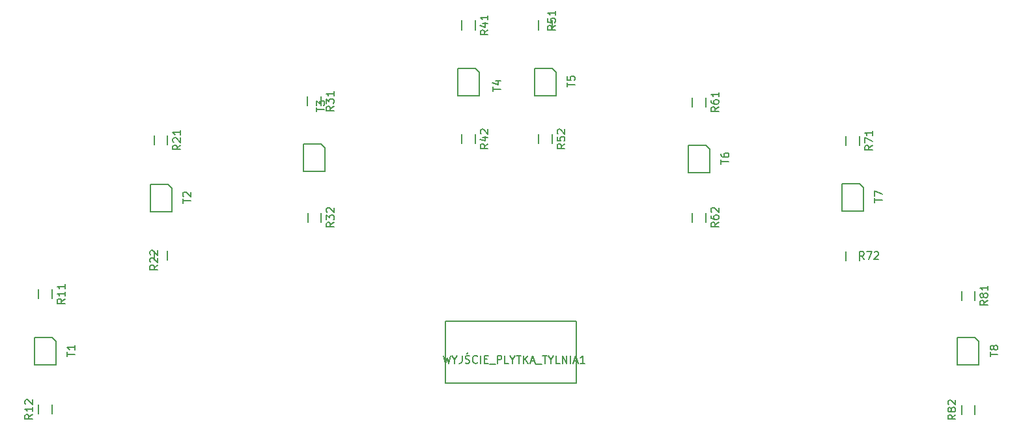
<source format=gbr>
G04 #@! TF.FileFunction,Legend,Top*
%FSLAX46Y46*%
G04 Gerber Fmt 4.6, Leading zero omitted, Abs format (unit mm)*
G04 Created by KiCad (PCBNEW 4.0.0-stable) date 24.11.2016 23:31:49*
%MOMM*%
G01*
G04 APERTURE LIST*
%ADD10C,0.100000*%
%ADD11C,0.150000*%
G04 APERTURE END LIST*
D10*
D11*
X139125000Y-87900000D02*
X139125000Y-86700000D01*
X140875000Y-86700000D02*
X140875000Y-87900000D01*
X74125000Y-108045000D02*
X74125000Y-106845000D01*
X75875000Y-106845000D02*
X75875000Y-108045000D01*
X75875000Y-121845000D02*
X75875000Y-123045000D01*
X74125000Y-123045000D02*
X74125000Y-121845000D01*
X89160000Y-88045000D02*
X89160000Y-86845000D01*
X90910000Y-86845000D02*
X90910000Y-88045000D01*
X89160000Y-103045000D02*
X89160000Y-101845000D01*
X90910000Y-101845000D02*
X90910000Y-103045000D01*
X109090000Y-82995000D02*
X109090000Y-81795000D01*
X110840000Y-81795000D02*
X110840000Y-82995000D01*
X109125000Y-98100000D02*
X109125000Y-96900000D01*
X110875000Y-96900000D02*
X110875000Y-98100000D01*
X129125000Y-73100000D02*
X129125000Y-71900000D01*
X130875000Y-71900000D02*
X130875000Y-73100000D01*
X129125000Y-87900000D02*
X129125000Y-86700000D01*
X130875000Y-86700000D02*
X130875000Y-87900000D01*
X139125000Y-73100000D02*
X139125000Y-71900000D01*
X140875000Y-71900000D02*
X140875000Y-73100000D01*
X159125000Y-83100000D02*
X159125000Y-81900000D01*
X160875000Y-81900000D02*
X160875000Y-83100000D01*
X159125000Y-98100000D02*
X159125000Y-96900000D01*
X160875000Y-96900000D02*
X160875000Y-98100000D01*
X179125000Y-88100000D02*
X179125000Y-86900000D01*
X180875000Y-86900000D02*
X180875000Y-88100000D01*
X179125000Y-103100000D02*
X179125000Y-101900000D01*
X180875000Y-101900000D02*
X180875000Y-103100000D01*
X194125000Y-108250000D02*
X194125000Y-107050000D01*
X195875000Y-107050000D02*
X195875000Y-108250000D01*
X195875000Y-121900000D02*
X195875000Y-123100000D01*
X194125000Y-123100000D02*
X194125000Y-121900000D01*
X73603000Y-116651000D02*
X73603000Y-113095000D01*
X73603000Y-113095000D02*
X75889000Y-113095000D01*
X75889000Y-113095000D02*
X76397000Y-113603000D01*
X76397000Y-116651000D02*
X73647000Y-116651000D01*
X76397000Y-113595000D02*
X76397000Y-116595000D01*
X88638000Y-96746000D02*
X88638000Y-93190000D01*
X88638000Y-93190000D02*
X90924000Y-93190000D01*
X90924000Y-93190000D02*
X91432000Y-93698000D01*
X91432000Y-96746000D02*
X88682000Y-96746000D01*
X91432000Y-93690000D02*
X91432000Y-96690000D01*
X108568000Y-91546000D02*
X108568000Y-87990000D01*
X108568000Y-87990000D02*
X110854000Y-87990000D01*
X110854000Y-87990000D02*
X111362000Y-88498000D01*
X111362000Y-91546000D02*
X108612000Y-91546000D01*
X111362000Y-88490000D02*
X111362000Y-91490000D01*
X128603000Y-81651000D02*
X128603000Y-78095000D01*
X128603000Y-78095000D02*
X130889000Y-78095000D01*
X130889000Y-78095000D02*
X131397000Y-78603000D01*
X131397000Y-81651000D02*
X128647000Y-81651000D01*
X131397000Y-78595000D02*
X131397000Y-81595000D01*
X138603000Y-81651000D02*
X138603000Y-78095000D01*
X138603000Y-78095000D02*
X140889000Y-78095000D01*
X140889000Y-78095000D02*
X141397000Y-78603000D01*
X141397000Y-81651000D02*
X138647000Y-81651000D01*
X141397000Y-78595000D02*
X141397000Y-81595000D01*
X158603000Y-91651000D02*
X158603000Y-88095000D01*
X158603000Y-88095000D02*
X160889000Y-88095000D01*
X160889000Y-88095000D02*
X161397000Y-88603000D01*
X161397000Y-91651000D02*
X158647000Y-91651000D01*
X161397000Y-88595000D02*
X161397000Y-91595000D01*
X178603000Y-96651000D02*
X178603000Y-93095000D01*
X178603000Y-93095000D02*
X180889000Y-93095000D01*
X180889000Y-93095000D02*
X181397000Y-93603000D01*
X181397000Y-96651000D02*
X178647000Y-96651000D01*
X181397000Y-93595000D02*
X181397000Y-96595000D01*
X193603000Y-116651000D02*
X193603000Y-113095000D01*
X193603000Y-113095000D02*
X195889000Y-113095000D01*
X195889000Y-113095000D02*
X196397000Y-113603000D01*
X196397000Y-116651000D02*
X193647000Y-116651000D01*
X196397000Y-113595000D02*
X196397000Y-116595000D01*
X144000000Y-119000000D02*
X144000000Y-111000000D01*
X144000000Y-111000000D02*
X127000000Y-111000000D01*
X127000000Y-111000000D02*
X127000000Y-119000000D01*
X127000000Y-119000000D02*
X144000000Y-119000000D01*
X142552381Y-87942857D02*
X142076190Y-88276191D01*
X142552381Y-88514286D02*
X141552381Y-88514286D01*
X141552381Y-88133333D01*
X141600000Y-88038095D01*
X141647619Y-87990476D01*
X141742857Y-87942857D01*
X141885714Y-87942857D01*
X141980952Y-87990476D01*
X142028571Y-88038095D01*
X142076190Y-88133333D01*
X142076190Y-88514286D01*
X141552381Y-87038095D02*
X141552381Y-87514286D01*
X142028571Y-87561905D01*
X141980952Y-87514286D01*
X141933333Y-87419048D01*
X141933333Y-87180952D01*
X141980952Y-87085714D01*
X142028571Y-87038095D01*
X142123810Y-86990476D01*
X142361905Y-86990476D01*
X142457143Y-87038095D01*
X142504762Y-87085714D01*
X142552381Y-87180952D01*
X142552381Y-87419048D01*
X142504762Y-87514286D01*
X142457143Y-87561905D01*
X141647619Y-86609524D02*
X141600000Y-86561905D01*
X141552381Y-86466667D01*
X141552381Y-86228571D01*
X141600000Y-86133333D01*
X141647619Y-86085714D01*
X141742857Y-86038095D01*
X141838095Y-86038095D01*
X141980952Y-86085714D01*
X142552381Y-86657143D01*
X142552381Y-86038095D01*
X77552381Y-108087857D02*
X77076190Y-108421191D01*
X77552381Y-108659286D02*
X76552381Y-108659286D01*
X76552381Y-108278333D01*
X76600000Y-108183095D01*
X76647619Y-108135476D01*
X76742857Y-108087857D01*
X76885714Y-108087857D01*
X76980952Y-108135476D01*
X77028571Y-108183095D01*
X77076190Y-108278333D01*
X77076190Y-108659286D01*
X77552381Y-107135476D02*
X77552381Y-107706905D01*
X77552381Y-107421191D02*
X76552381Y-107421191D01*
X76695238Y-107516429D01*
X76790476Y-107611667D01*
X76838095Y-107706905D01*
X77552381Y-106183095D02*
X77552381Y-106754524D01*
X77552381Y-106468810D02*
X76552381Y-106468810D01*
X76695238Y-106564048D01*
X76790476Y-106659286D01*
X76838095Y-106754524D01*
X73352381Y-123087857D02*
X72876190Y-123421191D01*
X73352381Y-123659286D02*
X72352381Y-123659286D01*
X72352381Y-123278333D01*
X72400000Y-123183095D01*
X72447619Y-123135476D01*
X72542857Y-123087857D01*
X72685714Y-123087857D01*
X72780952Y-123135476D01*
X72828571Y-123183095D01*
X72876190Y-123278333D01*
X72876190Y-123659286D01*
X73352381Y-122135476D02*
X73352381Y-122706905D01*
X73352381Y-122421191D02*
X72352381Y-122421191D01*
X72495238Y-122516429D01*
X72590476Y-122611667D01*
X72638095Y-122706905D01*
X72447619Y-121754524D02*
X72400000Y-121706905D01*
X72352381Y-121611667D01*
X72352381Y-121373571D01*
X72400000Y-121278333D01*
X72447619Y-121230714D01*
X72542857Y-121183095D01*
X72638095Y-121183095D01*
X72780952Y-121230714D01*
X73352381Y-121802143D01*
X73352381Y-121183095D01*
X92587381Y-88087857D02*
X92111190Y-88421191D01*
X92587381Y-88659286D02*
X91587381Y-88659286D01*
X91587381Y-88278333D01*
X91635000Y-88183095D01*
X91682619Y-88135476D01*
X91777857Y-88087857D01*
X91920714Y-88087857D01*
X92015952Y-88135476D01*
X92063571Y-88183095D01*
X92111190Y-88278333D01*
X92111190Y-88659286D01*
X91682619Y-87706905D02*
X91635000Y-87659286D01*
X91587381Y-87564048D01*
X91587381Y-87325952D01*
X91635000Y-87230714D01*
X91682619Y-87183095D01*
X91777857Y-87135476D01*
X91873095Y-87135476D01*
X92015952Y-87183095D01*
X92587381Y-87754524D01*
X92587381Y-87135476D01*
X92587381Y-86183095D02*
X92587381Y-86754524D01*
X92587381Y-86468810D02*
X91587381Y-86468810D01*
X91730238Y-86564048D01*
X91825476Y-86659286D01*
X91873095Y-86754524D01*
X89612381Y-103687857D02*
X89136190Y-104021191D01*
X89612381Y-104259286D02*
X88612381Y-104259286D01*
X88612381Y-103878333D01*
X88660000Y-103783095D01*
X88707619Y-103735476D01*
X88802857Y-103687857D01*
X88945714Y-103687857D01*
X89040952Y-103735476D01*
X89088571Y-103783095D01*
X89136190Y-103878333D01*
X89136190Y-104259286D01*
X88707619Y-103306905D02*
X88660000Y-103259286D01*
X88612381Y-103164048D01*
X88612381Y-102925952D01*
X88660000Y-102830714D01*
X88707619Y-102783095D01*
X88802857Y-102735476D01*
X88898095Y-102735476D01*
X89040952Y-102783095D01*
X89612381Y-103354524D01*
X89612381Y-102735476D01*
X88707619Y-102354524D02*
X88660000Y-102306905D01*
X88612381Y-102211667D01*
X88612381Y-101973571D01*
X88660000Y-101878333D01*
X88707619Y-101830714D01*
X88802857Y-101783095D01*
X88898095Y-101783095D01*
X89040952Y-101830714D01*
X89612381Y-102402143D01*
X89612381Y-101783095D01*
X112517381Y-83037857D02*
X112041190Y-83371191D01*
X112517381Y-83609286D02*
X111517381Y-83609286D01*
X111517381Y-83228333D01*
X111565000Y-83133095D01*
X111612619Y-83085476D01*
X111707857Y-83037857D01*
X111850714Y-83037857D01*
X111945952Y-83085476D01*
X111993571Y-83133095D01*
X112041190Y-83228333D01*
X112041190Y-83609286D01*
X111517381Y-82704524D02*
X111517381Y-82085476D01*
X111898333Y-82418810D01*
X111898333Y-82275952D01*
X111945952Y-82180714D01*
X111993571Y-82133095D01*
X112088810Y-82085476D01*
X112326905Y-82085476D01*
X112422143Y-82133095D01*
X112469762Y-82180714D01*
X112517381Y-82275952D01*
X112517381Y-82561667D01*
X112469762Y-82656905D01*
X112422143Y-82704524D01*
X112517381Y-81133095D02*
X112517381Y-81704524D01*
X112517381Y-81418810D02*
X111517381Y-81418810D01*
X111660238Y-81514048D01*
X111755476Y-81609286D01*
X111803095Y-81704524D01*
X112552381Y-98142857D02*
X112076190Y-98476191D01*
X112552381Y-98714286D02*
X111552381Y-98714286D01*
X111552381Y-98333333D01*
X111600000Y-98238095D01*
X111647619Y-98190476D01*
X111742857Y-98142857D01*
X111885714Y-98142857D01*
X111980952Y-98190476D01*
X112028571Y-98238095D01*
X112076190Y-98333333D01*
X112076190Y-98714286D01*
X111552381Y-97809524D02*
X111552381Y-97190476D01*
X111933333Y-97523810D01*
X111933333Y-97380952D01*
X111980952Y-97285714D01*
X112028571Y-97238095D01*
X112123810Y-97190476D01*
X112361905Y-97190476D01*
X112457143Y-97238095D01*
X112504762Y-97285714D01*
X112552381Y-97380952D01*
X112552381Y-97666667D01*
X112504762Y-97761905D01*
X112457143Y-97809524D01*
X111647619Y-96809524D02*
X111600000Y-96761905D01*
X111552381Y-96666667D01*
X111552381Y-96428571D01*
X111600000Y-96333333D01*
X111647619Y-96285714D01*
X111742857Y-96238095D01*
X111838095Y-96238095D01*
X111980952Y-96285714D01*
X112552381Y-96857143D01*
X112552381Y-96238095D01*
X132552381Y-73142857D02*
X132076190Y-73476191D01*
X132552381Y-73714286D02*
X131552381Y-73714286D01*
X131552381Y-73333333D01*
X131600000Y-73238095D01*
X131647619Y-73190476D01*
X131742857Y-73142857D01*
X131885714Y-73142857D01*
X131980952Y-73190476D01*
X132028571Y-73238095D01*
X132076190Y-73333333D01*
X132076190Y-73714286D01*
X131885714Y-72285714D02*
X132552381Y-72285714D01*
X131504762Y-72523810D02*
X132219048Y-72761905D01*
X132219048Y-72142857D01*
X132552381Y-71238095D02*
X132552381Y-71809524D01*
X132552381Y-71523810D02*
X131552381Y-71523810D01*
X131695238Y-71619048D01*
X131790476Y-71714286D01*
X131838095Y-71809524D01*
X132552381Y-87942857D02*
X132076190Y-88276191D01*
X132552381Y-88514286D02*
X131552381Y-88514286D01*
X131552381Y-88133333D01*
X131600000Y-88038095D01*
X131647619Y-87990476D01*
X131742857Y-87942857D01*
X131885714Y-87942857D01*
X131980952Y-87990476D01*
X132028571Y-88038095D01*
X132076190Y-88133333D01*
X132076190Y-88514286D01*
X131885714Y-87085714D02*
X132552381Y-87085714D01*
X131504762Y-87323810D02*
X132219048Y-87561905D01*
X132219048Y-86942857D01*
X131647619Y-86609524D02*
X131600000Y-86561905D01*
X131552381Y-86466667D01*
X131552381Y-86228571D01*
X131600000Y-86133333D01*
X131647619Y-86085714D01*
X131742857Y-86038095D01*
X131838095Y-86038095D01*
X131980952Y-86085714D01*
X132552381Y-86657143D01*
X132552381Y-86038095D01*
X141327381Y-72542857D02*
X140851190Y-72876191D01*
X141327381Y-73114286D02*
X140327381Y-73114286D01*
X140327381Y-72733333D01*
X140375000Y-72638095D01*
X140422619Y-72590476D01*
X140517857Y-72542857D01*
X140660714Y-72542857D01*
X140755952Y-72590476D01*
X140803571Y-72638095D01*
X140851190Y-72733333D01*
X140851190Y-73114286D01*
X140327381Y-71638095D02*
X140327381Y-72114286D01*
X140803571Y-72161905D01*
X140755952Y-72114286D01*
X140708333Y-72019048D01*
X140708333Y-71780952D01*
X140755952Y-71685714D01*
X140803571Y-71638095D01*
X140898810Y-71590476D01*
X141136905Y-71590476D01*
X141232143Y-71638095D01*
X141279762Y-71685714D01*
X141327381Y-71780952D01*
X141327381Y-72019048D01*
X141279762Y-72114286D01*
X141232143Y-72161905D01*
X141327381Y-70638095D02*
X141327381Y-71209524D01*
X141327381Y-70923810D02*
X140327381Y-70923810D01*
X140470238Y-71019048D01*
X140565476Y-71114286D01*
X140613095Y-71209524D01*
X162552381Y-83142857D02*
X162076190Y-83476191D01*
X162552381Y-83714286D02*
X161552381Y-83714286D01*
X161552381Y-83333333D01*
X161600000Y-83238095D01*
X161647619Y-83190476D01*
X161742857Y-83142857D01*
X161885714Y-83142857D01*
X161980952Y-83190476D01*
X162028571Y-83238095D01*
X162076190Y-83333333D01*
X162076190Y-83714286D01*
X161552381Y-82285714D02*
X161552381Y-82476191D01*
X161600000Y-82571429D01*
X161647619Y-82619048D01*
X161790476Y-82714286D01*
X161980952Y-82761905D01*
X162361905Y-82761905D01*
X162457143Y-82714286D01*
X162504762Y-82666667D01*
X162552381Y-82571429D01*
X162552381Y-82380952D01*
X162504762Y-82285714D01*
X162457143Y-82238095D01*
X162361905Y-82190476D01*
X162123810Y-82190476D01*
X162028571Y-82238095D01*
X161980952Y-82285714D01*
X161933333Y-82380952D01*
X161933333Y-82571429D01*
X161980952Y-82666667D01*
X162028571Y-82714286D01*
X162123810Y-82761905D01*
X162552381Y-81238095D02*
X162552381Y-81809524D01*
X162552381Y-81523810D02*
X161552381Y-81523810D01*
X161695238Y-81619048D01*
X161790476Y-81714286D01*
X161838095Y-81809524D01*
X162552381Y-98142857D02*
X162076190Y-98476191D01*
X162552381Y-98714286D02*
X161552381Y-98714286D01*
X161552381Y-98333333D01*
X161600000Y-98238095D01*
X161647619Y-98190476D01*
X161742857Y-98142857D01*
X161885714Y-98142857D01*
X161980952Y-98190476D01*
X162028571Y-98238095D01*
X162076190Y-98333333D01*
X162076190Y-98714286D01*
X161552381Y-97285714D02*
X161552381Y-97476191D01*
X161600000Y-97571429D01*
X161647619Y-97619048D01*
X161790476Y-97714286D01*
X161980952Y-97761905D01*
X162361905Y-97761905D01*
X162457143Y-97714286D01*
X162504762Y-97666667D01*
X162552381Y-97571429D01*
X162552381Y-97380952D01*
X162504762Y-97285714D01*
X162457143Y-97238095D01*
X162361905Y-97190476D01*
X162123810Y-97190476D01*
X162028571Y-97238095D01*
X161980952Y-97285714D01*
X161933333Y-97380952D01*
X161933333Y-97571429D01*
X161980952Y-97666667D01*
X162028571Y-97714286D01*
X162123810Y-97761905D01*
X161647619Y-96809524D02*
X161600000Y-96761905D01*
X161552381Y-96666667D01*
X161552381Y-96428571D01*
X161600000Y-96333333D01*
X161647619Y-96285714D01*
X161742857Y-96238095D01*
X161838095Y-96238095D01*
X161980952Y-96285714D01*
X162552381Y-96857143D01*
X162552381Y-96238095D01*
X182552381Y-88142857D02*
X182076190Y-88476191D01*
X182552381Y-88714286D02*
X181552381Y-88714286D01*
X181552381Y-88333333D01*
X181600000Y-88238095D01*
X181647619Y-88190476D01*
X181742857Y-88142857D01*
X181885714Y-88142857D01*
X181980952Y-88190476D01*
X182028571Y-88238095D01*
X182076190Y-88333333D01*
X182076190Y-88714286D01*
X181552381Y-87809524D02*
X181552381Y-87142857D01*
X182552381Y-87571429D01*
X182552381Y-86238095D02*
X182552381Y-86809524D01*
X182552381Y-86523810D02*
X181552381Y-86523810D01*
X181695238Y-86619048D01*
X181790476Y-86714286D01*
X181838095Y-86809524D01*
X181457143Y-102952381D02*
X181123809Y-102476190D01*
X180885714Y-102952381D02*
X180885714Y-101952381D01*
X181266667Y-101952381D01*
X181361905Y-102000000D01*
X181409524Y-102047619D01*
X181457143Y-102142857D01*
X181457143Y-102285714D01*
X181409524Y-102380952D01*
X181361905Y-102428571D01*
X181266667Y-102476190D01*
X180885714Y-102476190D01*
X181790476Y-101952381D02*
X182457143Y-101952381D01*
X182028571Y-102952381D01*
X182790476Y-102047619D02*
X182838095Y-102000000D01*
X182933333Y-101952381D01*
X183171429Y-101952381D01*
X183266667Y-102000000D01*
X183314286Y-102047619D01*
X183361905Y-102142857D01*
X183361905Y-102238095D01*
X183314286Y-102380952D01*
X182742857Y-102952381D01*
X183361905Y-102952381D01*
X197552381Y-108292857D02*
X197076190Y-108626191D01*
X197552381Y-108864286D02*
X196552381Y-108864286D01*
X196552381Y-108483333D01*
X196600000Y-108388095D01*
X196647619Y-108340476D01*
X196742857Y-108292857D01*
X196885714Y-108292857D01*
X196980952Y-108340476D01*
X197028571Y-108388095D01*
X197076190Y-108483333D01*
X197076190Y-108864286D01*
X196980952Y-107721429D02*
X196933333Y-107816667D01*
X196885714Y-107864286D01*
X196790476Y-107911905D01*
X196742857Y-107911905D01*
X196647619Y-107864286D01*
X196600000Y-107816667D01*
X196552381Y-107721429D01*
X196552381Y-107530952D01*
X196600000Y-107435714D01*
X196647619Y-107388095D01*
X196742857Y-107340476D01*
X196790476Y-107340476D01*
X196885714Y-107388095D01*
X196933333Y-107435714D01*
X196980952Y-107530952D01*
X196980952Y-107721429D01*
X197028571Y-107816667D01*
X197076190Y-107864286D01*
X197171429Y-107911905D01*
X197361905Y-107911905D01*
X197457143Y-107864286D01*
X197504762Y-107816667D01*
X197552381Y-107721429D01*
X197552381Y-107530952D01*
X197504762Y-107435714D01*
X197457143Y-107388095D01*
X197361905Y-107340476D01*
X197171429Y-107340476D01*
X197076190Y-107388095D01*
X197028571Y-107435714D01*
X196980952Y-107530952D01*
X197552381Y-106388095D02*
X197552381Y-106959524D01*
X197552381Y-106673810D02*
X196552381Y-106673810D01*
X196695238Y-106769048D01*
X196790476Y-106864286D01*
X196838095Y-106959524D01*
X193352381Y-123142857D02*
X192876190Y-123476191D01*
X193352381Y-123714286D02*
X192352381Y-123714286D01*
X192352381Y-123333333D01*
X192400000Y-123238095D01*
X192447619Y-123190476D01*
X192542857Y-123142857D01*
X192685714Y-123142857D01*
X192780952Y-123190476D01*
X192828571Y-123238095D01*
X192876190Y-123333333D01*
X192876190Y-123714286D01*
X192780952Y-122571429D02*
X192733333Y-122666667D01*
X192685714Y-122714286D01*
X192590476Y-122761905D01*
X192542857Y-122761905D01*
X192447619Y-122714286D01*
X192400000Y-122666667D01*
X192352381Y-122571429D01*
X192352381Y-122380952D01*
X192400000Y-122285714D01*
X192447619Y-122238095D01*
X192542857Y-122190476D01*
X192590476Y-122190476D01*
X192685714Y-122238095D01*
X192733333Y-122285714D01*
X192780952Y-122380952D01*
X192780952Y-122571429D01*
X192828571Y-122666667D01*
X192876190Y-122714286D01*
X192971429Y-122761905D01*
X193161905Y-122761905D01*
X193257143Y-122714286D01*
X193304762Y-122666667D01*
X193352381Y-122571429D01*
X193352381Y-122380952D01*
X193304762Y-122285714D01*
X193257143Y-122238095D01*
X193161905Y-122190476D01*
X192971429Y-122190476D01*
X192876190Y-122238095D01*
X192828571Y-122285714D01*
X192780952Y-122380952D01*
X192447619Y-121809524D02*
X192400000Y-121761905D01*
X192352381Y-121666667D01*
X192352381Y-121428571D01*
X192400000Y-121333333D01*
X192447619Y-121285714D01*
X192542857Y-121238095D01*
X192638095Y-121238095D01*
X192780952Y-121285714D01*
X193352381Y-121857143D01*
X193352381Y-121238095D01*
X77859381Y-115542905D02*
X77859381Y-114971476D01*
X78859381Y-115257191D02*
X77859381Y-115257191D01*
X78859381Y-114114333D02*
X78859381Y-114685762D01*
X78859381Y-114400048D02*
X77859381Y-114400048D01*
X78002238Y-114495286D01*
X78097476Y-114590524D01*
X78145095Y-114685762D01*
X92894381Y-95637905D02*
X92894381Y-95066476D01*
X93894381Y-95352191D02*
X92894381Y-95352191D01*
X92989619Y-94780762D02*
X92942000Y-94733143D01*
X92894381Y-94637905D01*
X92894381Y-94399809D01*
X92942000Y-94304571D01*
X92989619Y-94256952D01*
X93084857Y-94209333D01*
X93180095Y-94209333D01*
X93322952Y-94256952D01*
X93894381Y-94828381D01*
X93894381Y-94209333D01*
X110292381Y-83756905D02*
X110292381Y-83185476D01*
X111292381Y-83471191D02*
X110292381Y-83471191D01*
X110292381Y-82947381D02*
X110292381Y-82328333D01*
X110673333Y-82661667D01*
X110673333Y-82518809D01*
X110720952Y-82423571D01*
X110768571Y-82375952D01*
X110863810Y-82328333D01*
X111101905Y-82328333D01*
X111197143Y-82375952D01*
X111244762Y-82423571D01*
X111292381Y-82518809D01*
X111292381Y-82804524D01*
X111244762Y-82899762D01*
X111197143Y-82947381D01*
X133202381Y-81111905D02*
X133202381Y-80540476D01*
X134202381Y-80826191D02*
X133202381Y-80826191D01*
X133535714Y-79778571D02*
X134202381Y-79778571D01*
X133154762Y-80016667D02*
X133869048Y-80254762D01*
X133869048Y-79635714D01*
X142859381Y-80542905D02*
X142859381Y-79971476D01*
X143859381Y-80257191D02*
X142859381Y-80257191D01*
X142859381Y-79161952D02*
X142859381Y-79638143D01*
X143335571Y-79685762D01*
X143287952Y-79638143D01*
X143240333Y-79542905D01*
X143240333Y-79304809D01*
X143287952Y-79209571D01*
X143335571Y-79161952D01*
X143430810Y-79114333D01*
X143668905Y-79114333D01*
X143764143Y-79161952D01*
X143811762Y-79209571D01*
X143859381Y-79304809D01*
X143859381Y-79542905D01*
X143811762Y-79638143D01*
X143764143Y-79685762D01*
X162859381Y-90542905D02*
X162859381Y-89971476D01*
X163859381Y-90257191D02*
X162859381Y-90257191D01*
X162859381Y-89209571D02*
X162859381Y-89400048D01*
X162907000Y-89495286D01*
X162954619Y-89542905D01*
X163097476Y-89638143D01*
X163287952Y-89685762D01*
X163668905Y-89685762D01*
X163764143Y-89638143D01*
X163811762Y-89590524D01*
X163859381Y-89495286D01*
X163859381Y-89304809D01*
X163811762Y-89209571D01*
X163764143Y-89161952D01*
X163668905Y-89114333D01*
X163430810Y-89114333D01*
X163335571Y-89161952D01*
X163287952Y-89209571D01*
X163240333Y-89304809D01*
X163240333Y-89495286D01*
X163287952Y-89590524D01*
X163335571Y-89638143D01*
X163430810Y-89685762D01*
X182859381Y-95542905D02*
X182859381Y-94971476D01*
X183859381Y-95257191D02*
X182859381Y-95257191D01*
X182859381Y-94733381D02*
X182859381Y-94066714D01*
X183859381Y-94495286D01*
X197859381Y-115542905D02*
X197859381Y-114971476D01*
X198859381Y-115257191D02*
X197859381Y-115257191D01*
X198287952Y-114495286D02*
X198240333Y-114590524D01*
X198192714Y-114638143D01*
X198097476Y-114685762D01*
X198049857Y-114685762D01*
X197954619Y-114638143D01*
X197907000Y-114590524D01*
X197859381Y-114495286D01*
X197859381Y-114304809D01*
X197907000Y-114209571D01*
X197954619Y-114161952D01*
X198049857Y-114114333D01*
X198097476Y-114114333D01*
X198192714Y-114161952D01*
X198240333Y-114209571D01*
X198287952Y-114304809D01*
X198287952Y-114495286D01*
X198335571Y-114590524D01*
X198383190Y-114638143D01*
X198478429Y-114685762D01*
X198668905Y-114685762D01*
X198764143Y-114638143D01*
X198811762Y-114590524D01*
X198859381Y-114495286D01*
X198859381Y-114304809D01*
X198811762Y-114209571D01*
X198764143Y-114161952D01*
X198668905Y-114114333D01*
X198478429Y-114114333D01*
X198383190Y-114161952D01*
X198335571Y-114209571D01*
X198287952Y-114304809D01*
X126809523Y-115452381D02*
X127047618Y-116452381D01*
X127238095Y-115738095D01*
X127428571Y-116452381D01*
X127666666Y-115452381D01*
X128238094Y-115976190D02*
X128238094Y-116452381D01*
X127904761Y-115452381D02*
X128238094Y-115976190D01*
X128571428Y-115452381D01*
X129190476Y-115452381D02*
X129190476Y-116166667D01*
X129142856Y-116309524D01*
X129047618Y-116404762D01*
X128904761Y-116452381D01*
X128809523Y-116452381D01*
X129619047Y-116404762D02*
X129761904Y-116452381D01*
X130000000Y-116452381D01*
X130095238Y-116404762D01*
X130142857Y-116357143D01*
X130190476Y-116261905D01*
X130190476Y-116166667D01*
X130142857Y-116071429D01*
X130095238Y-116023810D01*
X130000000Y-115976190D01*
X129809523Y-115928571D01*
X129714285Y-115880952D01*
X129666666Y-115833333D01*
X129619047Y-115738095D01*
X129619047Y-115642857D01*
X129666666Y-115547619D01*
X129714285Y-115500000D01*
X129809523Y-115452381D01*
X130047619Y-115452381D01*
X130190476Y-115500000D01*
X130000000Y-115071429D02*
X129857142Y-115214286D01*
X131190476Y-116357143D02*
X131142857Y-116404762D01*
X131000000Y-116452381D01*
X130904762Y-116452381D01*
X130761904Y-116404762D01*
X130666666Y-116309524D01*
X130619047Y-116214286D01*
X130571428Y-116023810D01*
X130571428Y-115880952D01*
X130619047Y-115690476D01*
X130666666Y-115595238D01*
X130761904Y-115500000D01*
X130904762Y-115452381D01*
X131000000Y-115452381D01*
X131142857Y-115500000D01*
X131190476Y-115547619D01*
X131619047Y-116452381D02*
X131619047Y-115452381D01*
X132095237Y-115928571D02*
X132428571Y-115928571D01*
X132571428Y-116452381D02*
X132095237Y-116452381D01*
X132095237Y-115452381D01*
X132571428Y-115452381D01*
X132761904Y-116547619D02*
X133523809Y-116547619D01*
X133761904Y-116452381D02*
X133761904Y-115452381D01*
X134142857Y-115452381D01*
X134238095Y-115500000D01*
X134285714Y-115547619D01*
X134333333Y-115642857D01*
X134333333Y-115785714D01*
X134285714Y-115880952D01*
X134238095Y-115928571D01*
X134142857Y-115976190D01*
X133761904Y-115976190D01*
X135238095Y-116452381D02*
X134761904Y-116452381D01*
X134761904Y-115452381D01*
X135761904Y-115976190D02*
X135761904Y-116452381D01*
X135428571Y-115452381D02*
X135761904Y-115976190D01*
X136095238Y-115452381D01*
X136285714Y-115452381D02*
X136857143Y-115452381D01*
X136571428Y-116452381D02*
X136571428Y-115452381D01*
X137190476Y-116452381D02*
X137190476Y-115452381D01*
X137761905Y-116452381D02*
X137333333Y-115880952D01*
X137761905Y-115452381D02*
X137190476Y-116023810D01*
X138142857Y-116166667D02*
X138619048Y-116166667D01*
X138047619Y-116452381D02*
X138380952Y-115452381D01*
X138714286Y-116452381D01*
X138809524Y-116547619D02*
X139571429Y-116547619D01*
X139666667Y-115452381D02*
X140238096Y-115452381D01*
X139952381Y-116452381D02*
X139952381Y-115452381D01*
X140761905Y-115976190D02*
X140761905Y-116452381D01*
X140428572Y-115452381D02*
X140761905Y-115976190D01*
X141095239Y-115452381D01*
X141904763Y-116452381D02*
X141428572Y-116452381D01*
X141428572Y-115452381D01*
X142238096Y-116452381D02*
X142238096Y-115452381D01*
X142809525Y-116452381D01*
X142809525Y-115452381D01*
X143285715Y-116452381D02*
X143285715Y-115452381D01*
X143714286Y-116166667D02*
X144190477Y-116166667D01*
X143619048Y-116452381D02*
X143952381Y-115452381D01*
X144285715Y-116452381D01*
X145142858Y-116452381D02*
X144571429Y-116452381D01*
X144857143Y-116452381D02*
X144857143Y-115452381D01*
X144761905Y-115595238D01*
X144666667Y-115690476D01*
X144571429Y-115738095D01*
M02*

</source>
